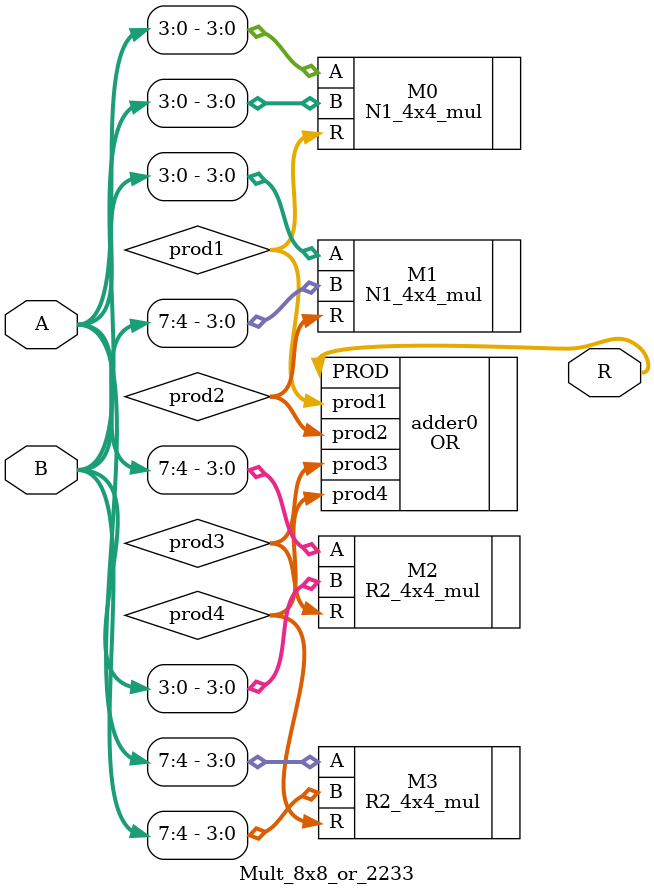
<source format=v>
module Mult_8x8_or_2233(
input [7:0] A,
input [7:0] B,
output [15:0]R
);
wire [7:0]prod1;
wire [7:0]prod2;
wire [7:0]prod3;
wire [7:0]prod4;

N1_4x4_mul M0(.A(A[3:0]),.B(B[3:0]),.R(prod1));
N1_4x4_mul M1(.A(A[3:0]),.B(B[7:4]),.R(prod2));
R2_4x4_mul M2(.A(A[7:4]),.B(B[3:0]),.R(prod3));
R2_4x4_mul M3(.A(A[7:4]),.B(B[7:4]),.R(prod4));
OR adder0(.prod1(prod1),.prod2(prod2),.prod3(prod3),.prod4(prod4),.PROD(R));
endmodule

</source>
